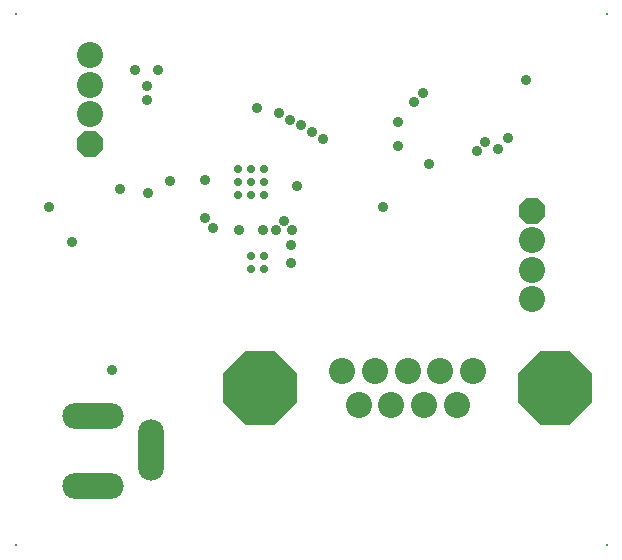
<source format=gbs>
G04 Layer_Color=16711935*
%FSLAX43Y43*%
%MOMM*%
G71*
G01*
G75*
%ADD49C,2.203*%
%ADD50P,2.385X8X292.5*%
%ADD51P,6.714X8X112.5*%
%ADD52O,5.203X2.203*%
%ADD53O,2.203X5.203*%
%ADD54C,0.203*%
%ADD55C,0.903*%
%ADD56C,0.703*%
D49*
X46150Y25825D02*
D03*
Y28325D02*
D03*
Y23325D02*
D03*
X8725Y41500D02*
D03*
Y39000D02*
D03*
Y44000D02*
D03*
X41200Y17265D02*
D03*
X38430D02*
D03*
X35660D02*
D03*
X32890D02*
D03*
X30120D02*
D03*
X39815Y14425D02*
D03*
X37045D02*
D03*
X34275D02*
D03*
X31505D02*
D03*
D50*
X46150Y30825D02*
D03*
X8725Y36500D02*
D03*
D51*
X23160Y15845D02*
D03*
X48160D02*
D03*
D52*
X9000Y7500D02*
D03*
Y13500D02*
D03*
D53*
X13900Y10550D02*
D03*
D54*
X2500Y2500D02*
D03*
X52500D02*
D03*
Y47500D02*
D03*
X2500D02*
D03*
D55*
X45650Y41950D02*
D03*
X26625Y38100D02*
D03*
X27550Y37525D02*
D03*
X28450Y36900D02*
D03*
X26300Y32975D02*
D03*
X25675Y38525D02*
D03*
X42175Y36675D02*
D03*
X44150Y36975D02*
D03*
X41525Y35925D02*
D03*
X43275Y36100D02*
D03*
X36925Y40775D02*
D03*
X36225Y40025D02*
D03*
X34875Y38375D02*
D03*
X34850Y36300D02*
D03*
X24475Y29225D02*
D03*
X23425D02*
D03*
X25800Y26400D02*
D03*
X22900Y39550D02*
D03*
X24775Y39100D02*
D03*
X33600Y31150D02*
D03*
X25150Y29950D02*
D03*
X25825Y29225D02*
D03*
X25750Y27900D02*
D03*
X21375Y29225D02*
D03*
X13575Y40175D02*
D03*
X13550Y41400D02*
D03*
X14550Y42725D02*
D03*
X37500Y34825D02*
D03*
X19150Y29400D02*
D03*
X18525Y30200D02*
D03*
X18475Y33475D02*
D03*
X12575Y42750D02*
D03*
X11300Y32650D02*
D03*
X15575Y33375D02*
D03*
X13700Y32350D02*
D03*
X5250Y31125D02*
D03*
X7200Y28175D02*
D03*
X10600Y17375D02*
D03*
D56*
X21300Y34350D02*
D03*
X22400D02*
D03*
X23500D02*
D03*
X21300Y33250D02*
D03*
X22400D02*
D03*
X23500D02*
D03*
X21300Y32150D02*
D03*
X22400D02*
D03*
X23500D02*
D03*
X22425Y25900D02*
D03*
Y27000D02*
D03*
X23525Y25900D02*
D03*
Y27000D02*
D03*
M02*

</source>
